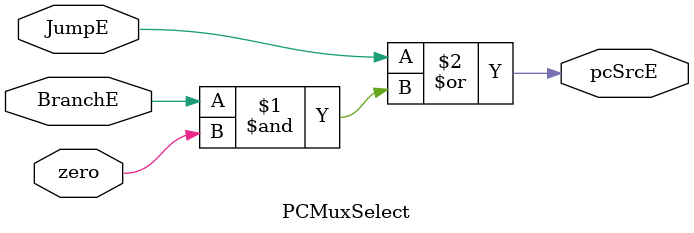
<source format=sv>
module PCMuxSelect #(
    
) (
    input   logic JumpE,
    input   logic BranchE,
    input   logic zero,
    output  logic pcSrcE
);

assign pcSrcE = JumpE | (BranchE & zero);

endmodule

</source>
